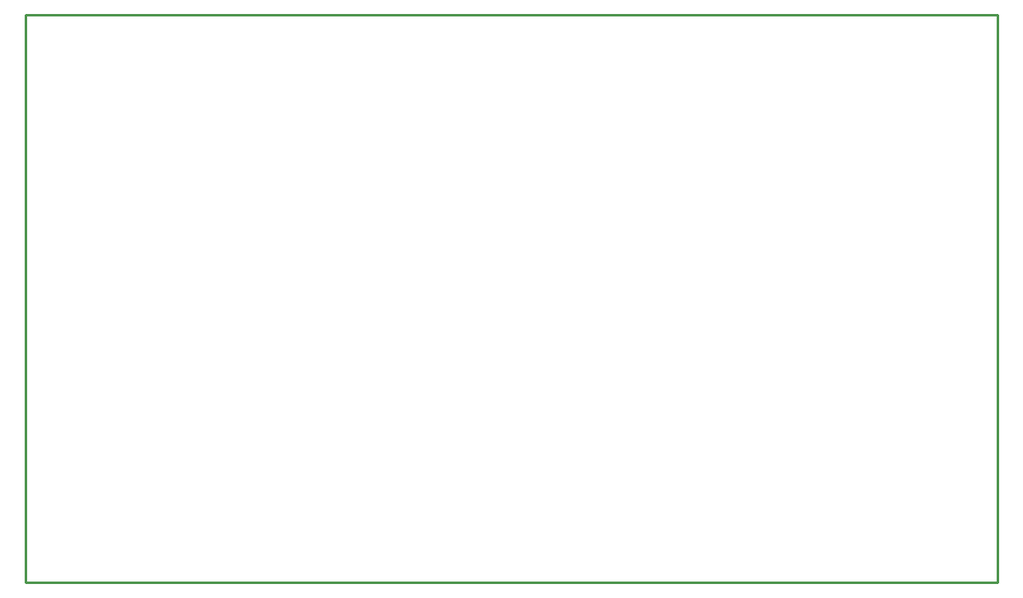
<source format=gm1>
G04 Layer_Color=16711935*
%FSLAX44Y44*%
%MOMM*%
G71*
G01*
G75*
%ADD18C,0.2540*%
D18*
X0Y584200D02*
X1000000D01*
X0Y0D02*
Y584200D01*
Y0D02*
X1000000D01*
Y584200D01*
M02*

</source>
